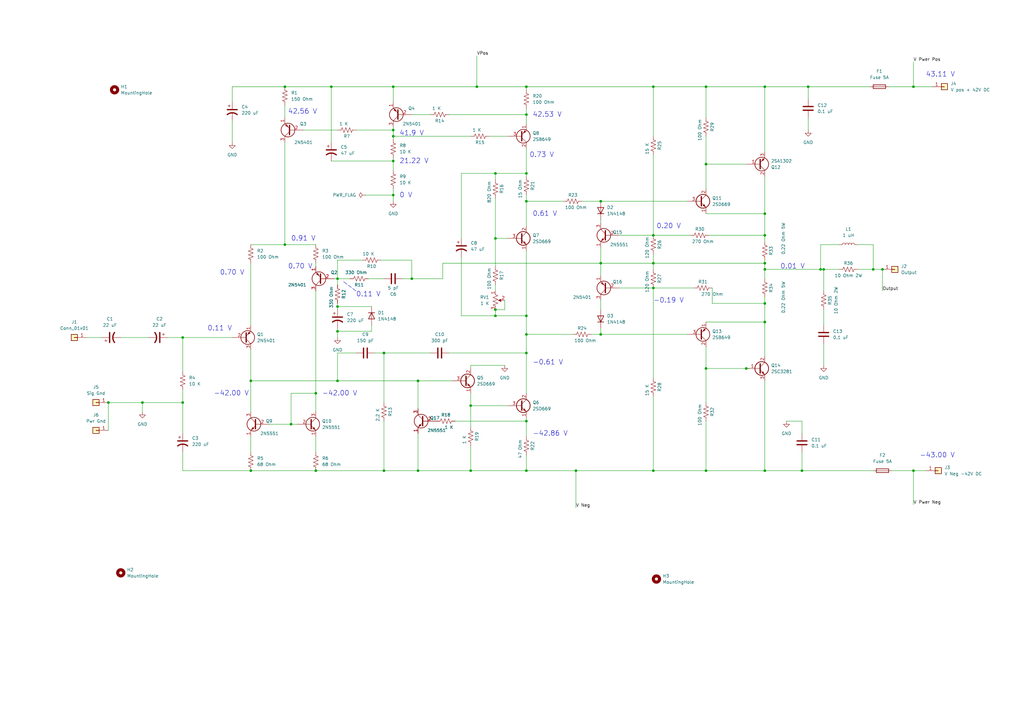
<source format=kicad_sch>
(kicad_sch (version 20211123) (generator eeschema)
  (paper "A3")
  (title_block (title "Randy Slone Design 3") (date "2023-11-16") (rev "2"))
  (lib_symbols
    (symbol "2N3904_1" (pin_names (offset 0) hide)
      (property "Reference" "Q15" (at -6.35 1.27 0))
      (property "Value" "2N5551" (at -8.89 -3.81 0))
      (symbol "2N3904_1_1_1"
        (pin passive line (at 2.54 -5.08 90) (length 2.54) (name "E") (number "1"))
        (pin passive line (at -5.08 0 0) (length 5.715) (name "B") (number "2"))
        (pin passive line (at 2.54 5.08 270) (length 2.54) (name "C") (number "3"))
      )
    )
    (symbol "2N3904_2" (pin_names (offset 0) hide)
      (property "Reference" "Q9" (at -6.35 1.27 0))
      (property "Value" "2N3904_2" (at -5.08 -1.27 0))
      (symbol "2N3904_2_1_1"
        (pin passive line (at 2.54 -5.08 90) (length 2.54) (name "E") (number "1"))
        (pin passive line (at -5.08 0 0) (length 5.715) (name "B") (number "2"))
        (pin passive line (at 2.54 5.08 270) (length 2.54) (name "C") (number "3"))
      )
    )
    (symbol "2N3904_3" (pin_names (offset 0) hide)
      (property "Reference" "Q17" (at -6.35 1.27 0))
      (property "Value" "2N3904_3" (at -8.89 -3.81 0))
      (symbol "2N3904_3_1_1"
        (pin passive line (at 2.54 -5.08 90) (length 2.54) (name "E") (number "1"))
        (pin passive line (at -5.08 0 0) (length 5.715) (name "B") (number "2"))
        (pin passive line (at 2.54 5.08 270) (length 2.54) (name "C") (number "3"))
      )
    )
    (symbol "2N3906_1" (pin_names (offset 0) hide)
      (property "Reference" "Q16" (at -6.35 -2.54 0))
      (property "Value" "2N5401" (at -6.35 1.27 0))
      (symbol "2N3906_1_1_1"
        (pin passive line (at 2.54 -5.08 90) (length 2.54) (name "E") (number "1"))
        (pin input line (at -5.08 0 0) (length 5.715) (name "B") (number "2"))
        (pin passive line (at 2.54 5.08 270) (length 2.54) (name "C") (number "3"))
      )
    )
    (symbol "2N3906_2" (pin_names (offset 0) hide)
      (property "Reference" "Q8" (at 5.08 -1.2701 0))
      (property "Value" "2N3906_2" (at 5.08 1.2699 0))
      (symbol "2N3906_2_1_1"
        (pin passive line (at 2.54 -5.08 90) (length 2.54) (name "E") (number "1"))
        (pin passive line (at 2.54 5.08 270) (length 2.54) (name "C") (number "2"))
        (pin input line (at -5.08 0 0) (length 5.715) (name "B") (number "3"))
      )
    )
    (symbol "2N3906_3" (pin_names (offset 0) hide)
      (property "Reference" "Q12" (at 5.08 1.2701 0))
      (property "Value" "2N3906_3" (at 5.08 -1.2699 0))
      (symbol "2N3906_3_1_1"
        (pin input line (at -5.08 0 0) (length 5.715) (name "B") (number "1"))
        (pin passive line (at 2.54 5.08 270) (length 2.54) (name "C") (number "2"))
        (pin passive line (at 2.54 -5.08 90) (length 2.54) (name "E") (number "3"))
      )
    )
    (symbol "2N3906_4" (pin_names (offset 0) hide)
      (property "Reference" "Q4" (at -6.35 -2.54 0))
      (property "Value" "2N3906_4" (at -6.35 1.27 0))
      (symbol "2N3906_4_1_1"
        (pin passive line (at 2.54 -5.08 90) (length 2.54) (name "E") (number "1"))
        (pin input line (at -5.08 0 0) (length 5.715) (name "B") (number "2"))
        (pin passive line (at 2.54 5.08 270) (length 2.54) (name "C") (number "3"))
      )
    )
    (symbol "2N3906_5" (pin_names (offset 0) hide)
      (property "Reference" "Q3" (at -6.35 -2.54 0))
      (property "Value" "2N3906_5" (at -6.35 1.27 0))
      (symbol "2N3906_5_1_1"
        (pin passive line (at 2.54 -5.08 90) (length 2.54) (name "E") (number "1"))
        (pin input line (at -5.08 0 0) (length 5.715) (name "B") (number "2"))
        (pin passive line (at 2.54 5.08 270) (length 2.54) (name "C") (number "3"))
      )
    )
    (symbol "2N3906_6" (pin_names (offset 0) hide)
      (property "Reference" "Q2" (at -6.35 -2.54 0))
      (property "Value" "2N3906_6" (at -6.35 1.27 0))
      (symbol "2N3906_6_1_1"
        (pin passive line (at 2.54 -5.08 90) (length 2.54) (name "E") (number "1"))
        (pin input line (at -5.08 0 0) (length 5.715) (name "B") (number "2"))
        (pin passive line (at 2.54 5.08 270) (length 2.54) (name "C") (number "3"))
      )
    )
    (symbol "2SD600_1" (pin_names (offset 0) hide)
      (property "Reference" "Q14" (at 5.08 1.2701 0))
      (property "Value" "2SD600_1" (at 5.08 -1.2699 0))
      (symbol "2SD600_1_1_1"
        (pin input line (at -5.08 0 0) (length 5.08) (name "B") (number "1"))
        (pin passive line (at 2.54 5.08 270) (length 2.54) (name "C") (number "2"))
        (pin passive line (at 2.54 -5.08 90) (length 2.54) (name "E") (number "3"))
      )
    )
    (symbol "Connector_Generic:Conn_01x01" (pin_names (offset 1.016) hide)
      (property "Reference" "J" (at 0 2.54 0))
      (property "Value" "Conn_01x01" (at 0 -2.54 0))
      (symbol "Conn_01x01_1_1"
        (pin passive line (at -5.08 0 0) (length 3.81) (name "Pin_1") (number "1"))
      )
    )
    (symbol "Device:C" (pin_numbers hide) (pin_names (offset 0.254))
      (property "Reference" "C" (at 0.635 2.54 0))
      (property "Value" "C" (at 0.635 -2.54 0))
      (symbol "C_1_1"
        (pin passive line (at 0 3.81 270) (length 2.794) (name "~") (number "1"))
        (pin passive line (at 0 -3.81 90) (length 2.794) (name "~") (number "2"))
      )
    )
    (symbol "Device:C_Polarized_US" (pin_numbers hide) (pin_names (offset 0.254) hide)
      (property "Reference" "C" (at 0.635 2.54 0))
      (property "Value" "C_Polarized_US" (at 0.635 -2.54 0))
      (symbol "C_Polarized_US_1_1"
        (pin passive line (at 0 3.81 270) (length 2.794) (name "~") (number "1"))
        (pin passive line (at 0 -3.81 90) (length 3.302) (name "~") (number "2"))
      )
    )
    (symbol "Device:D" (pin_numbers hide) (pin_names (offset 1.016) hide)
      (property "Reference" "D" (at 0 2.54 0))
      (property "Value" "D" (at 0 -2.54 0))
      (symbol "D_1_1"
        (pin passive line (at -3.81 0 0) (length 2.54) (name "K") (number "1"))
        (pin passive line (at 3.81 0 180) (length 2.54) (name "A") (number "2"))
      )
    )
    (symbol "Device:Fuse" (pin_numbers hide) (pin_names (offset 0))
      (property "Reference" "F" (at 2.032 0 90))
      (property "Value" "Fuse" (at -1.905 0 90))
      (symbol "Fuse_1_1"
        (pin passive line (at 0 3.81 270) (length 1.27) (name "~") (number "1"))
        (pin passive line (at 0 -3.81 90) (length 1.27) (name "~") (number "2"))
      )
    )
    (symbol "Device:L" (pin_numbers hide) (pin_names (offset 1.016) hide)
      (property "Reference" "L" (at -1.27 0 90))
      (property "Value" "L" (at 1.905 0 90))
      (symbol "L_1_1"
        (pin passive line (at 0 3.81 270) (length 1.27) (name "1") (number "1"))
        (pin passive line (at 0 -3.81 90) (length 1.27) (name "2") (number "2"))
      )
    )
    (symbol "Device:R_Potentiometer_US" (pin_names (offset 1.016) hide)
      (property "Reference" "RV" (at -4.445 0 90))
      (property "Value" "R_Potentiometer_US" (at -2.54 0 90))
      (symbol "R_Potentiometer_US_1_1"
        (pin passive line (at 0 3.81 270) (length 1.27) (name "1") (number "1"))
        (pin passive line (at 3.81 0 180) (length 1.27) (name "2") (number "2"))
        (pin passive line (at 0 -3.81 90) (length 1.27) (name "3") (number "3"))
      )
    )
    (symbol "Device:R_US" (pin_numbers hide) (pin_names (offset 0))
      (property "Reference" "R" (at 2.54 0 90))
      (property "Value" "R_US" (at -2.54 0 90))
      (symbol "R_US_1_1"
        (pin passive line (at 0 3.81 270) (length 1.27) (name "~") (number "1"))
        (pin passive line (at 0 -3.81 90) (length 1.27) (name "~") (number "2"))
      )
    )
    (symbol "Mechanical:MountingHole" (pin_names (offset 1.016))
      (property "Reference" "H" (at 0 5.08 0))
      (property "Value" "MountingHole" (at 0 3.175 0))
    )
    (symbol "Transistor_BJT:2N3904" (pin_names (offset 0) hide)
      (property "Reference" "Q10" (at 5.08 1.2701 0))
      (property "Value" "2N5551" (at 5.08 -1.2699 0))
      (symbol "2N3904_1_1"
        (pin passive line (at 2.54 -5.08 90) (length 2.54) (name "E") (number "1"))
        (pin passive line (at -5.08 0 0) (length 5.715) (name "B") (number "2"))
        (pin passive line (at 2.54 5.08 270) (length 2.54) (name "C") (number "3"))
      )
    )
    (symbol "Transistor_BJT:2N3906" (pin_names (offset 0) hide)
      (property "Reference" "Q1" (at 5.08 -1.2701 0))
      (property "Value" "2N5401" (at 5.08 1.2699 0))
      (symbol "2N3906_1_1"
        (pin passive line (at 2.54 -5.08 90) (length 2.54) (name "E") (number "1"))
        (pin input line (at -5.08 0 0) (length 5.715) (name "B") (number "2"))
        (pin passive line (at 2.54 5.08 270) (length 2.54) (name "C") (number "3"))
      )
    )
    (symbol "Transistor_BJT:2SD600" (pin_names (offset 0) hide)
      (property "Reference" "Q" (at 5.08 1.905 0))
      (property "Value" "2SD600" (at 5.08 0 0))
      (symbol "2SD600_1_1"
        (pin passive line (at 2.54 -5.08 90) (length 2.54) (name "E") (number "1"))
        (pin passive line (at 2.54 5.08 270) (length 2.54) (name "C") (number "2"))
        (pin input line (at -5.08 0 0) (length 5.08) (name "B") (number "3"))
      )
    )
    (symbol "power:GND" (power) (pin_names (offset 0))
      (property "Value" "GND" (at 0 -3.81 0))
      (symbol "GND_1_1"
        (pin power_in line (at 0 0 270) (length 0) hide (name "GND") (number "1"))
      )
    )
    (symbol "power:PWR_FLAG" (power) (pin_numbers hide) (pin_names (offset 0) hide)
      (property "Value" "PWR_FLAG" (at 0 3.81 0))
      (symbol "PWR_FLAG_0_0"
        (pin power_out line (at 0 0 90) (length 0) (name "pwr") (number "1"))
      )
    )
  )
  (junction (at 119.38 173.99))
  (junction (at 328.93 193.04))
  (junction (at 168.91 114.3))
  (junction (at 171.45 193.04))
  (junction (at 116.84 100.33))
  (junction (at 138.43 135.89))
  (junction (at 138.43 114.3))
  (junction (at 195.58 35.56))
  (junction (at 313.69 110.49))
  (junction (at 171.45 156.21))
  (junction (at 203.2 97.79))
  (junction (at 374.65 193.04))
  (junction (at 215.9 193.04))
  (junction (at 267.97 193.04))
  (junction (at 161.29 55.88))
  (junction (at 161.29 80.01))
  (junction (at 313.69 96.52))
  (junction (at 374.65 35.56))
  (junction (at 102.87 156.21))
  (junction (at 138.43 125.73))
  (junction (at 193.04 166.37))
  (junction (at 215.9 82.55))
  (junction (at 215.9 137.16))
  (junction (at 193.04 193.04))
  (junction (at 157.48 193.04))
  (junction (at 215.9 46.99))
  (junction (at 129.54 193.04))
  (junction (at 161.29 53.34))
  (junction (at 129.54 161.29))
  (junction (at 58.42 165.1))
  (junction (at 203.2 127))
  (junction (at 337.82 110.49))
  (junction (at 215.9 35.56))
  (junction (at 246.38 82.55))
  (junction (at 44.45 165.1))
  (junction (at 246.38 137.16))
  (junction (at 203.2 129.54))
  (junction (at 313.69 193.04))
  (junction (at 267.97 96.52))
  (junction (at 289.56 67.31))
  (junction (at 215.9 129.54))
  (junction (at 306.07 151.13))
  (junction (at 267.97 107.95))
  (junction (at 313.69 87.63))
  (junction (at 138.43 156.21))
  (junction (at 267.97 118.11))
  (junction (at 203.2 71.12))
  (junction (at 116.84 35.56))
  (junction (at 161.29 66.04))
  (junction (at 289.56 193.04))
  (junction (at 236.22 193.04))
  (junction (at 358.14 110.49))
  (junction (at 102.87 193.04))
  (junction (at 313.69 132.08))
  (junction (at 289.56 151.13))
  (junction (at 74.93 165.1))
  (junction (at 74.93 138.43))
  (junction (at 313.69 35.56))
  (junction (at 161.29 35.56))
  (junction (at 267.97 35.56))
  (junction (at 215.9 172.72))
  (junction (at 246.38 107.95))
  (junction (at 215.9 71.12))
  (junction (at 157.48 144.78))
  (junction (at 313.69 107.95))
  (junction (at 135.89 35.56))
  (junction (at 215.9 144.78))
  (junction (at 313.69 124.46))
  (junction (at 361.95 110.49))
  (junction (at 336.55 110.49))
  (junction (at 331.47 35.56))
  (junction (at 289.56 35.56))
  (wire (pts (xy 146.05 53.34) (xy 161.29 53.34)))
  (wire (pts (xy 138.43 125.73) (xy 138.43 127)))
  (wire (pts (xy 365.76 193.04) (xy 374.65 193.04)))
  (wire (pts (xy 207.01 123.19) (xy 207.01 127)))
  (wire (pts (xy 337.82 119.38) (xy 337.82 110.49)))
  (wire (pts (xy 181.61 107.95) (xy 246.38 107.95)))
  (wire (pts (xy 168.91 46.99) (xy 176.53 46.99)))
  (wire (pts (xy 331.47 35.56) (xy 313.69 35.56)))
  (wire (pts (xy 313.69 121.92) (xy 313.69 124.46)))
  (wire (pts (xy 331.47 48.26) (xy 331.47 53.34)))
  (wire (pts (xy 267.97 107.95) (xy 246.38 107.95)))
  (wire (pts (xy 328.93 172.72) (xy 322.58 172.72)))
  (wire (pts (xy 58.42 168.91) (xy 58.42 165.1)))
  (wire (pts (xy 292.1 118.11) (xy 292.1 124.46)))
  (wire (pts (xy 267.97 193.04) (xy 236.22 193.04)))
  (wire (pts (xy 203.2 81.28) (xy 203.2 97.79)))
  (wire (pts (xy 246.38 137.16) (xy 242.57 137.16)))
  (wire (pts (xy 313.69 62.23) (xy 313.69 35.56)))
  (wire (pts (xy 138.43 114.3) (xy 143.51 114.3)))
  (wire (pts (xy 95.25 35.56) (xy 95.25 41.91)))
  (wire (pts (xy 215.9 35.56) (xy 195.58 35.56)))
  (wire (pts (xy 203.2 129.54) (xy 215.9 129.54)))
  (wire (pts (xy 152.4 135.89) (xy 138.43 135.89)))
  (wire (pts (xy 374.65 207.01) (xy 374.65 193.04)))
  (wire (pts (xy 156.21 106.68) (xy 168.91 106.68)))
  (wire (pts (xy 116.84 100.33) (xy 129.54 100.33)))
  (wire (pts (xy 157.48 144.78) (xy 157.48 165.1)))
  (wire (pts (xy 203.2 127) (xy 203.2 129.54)))
  (wire (pts (xy 161.29 55.88) (xy 193.04 55.88)))
  (wire (pts (xy 119.38 161.29) (xy 119.38 173.99)))
  (wire (pts (xy 336.55 110.49) (xy 337.82 110.49)))
  (wire (pts (xy 189.23 129.54) (xy 203.2 129.54)))
  (wire (pts (xy 215.9 186.69) (xy 215.9 193.04)))
  (wire (pts (xy 152.4 133.35) (xy 152.4 135.89)))
  (wire (pts (xy 74.93 138.43) (xy 74.93 152.4)))
  (wire (pts (xy 203.2 97.79) (xy 208.28 97.79)))
  (wire (pts (xy 267.97 55.88) (xy 267.97 35.56)))
  (wire (pts (xy 313.69 107.95) (xy 267.97 107.95)))
  (wire (pts (xy 153.67 144.78) (xy 157.48 144.78)))
  (wire (pts (xy 129.54 193.04) (xy 157.48 193.04)))
  (wire (pts (xy 161.29 64.77) (xy 161.29 66.04)))
  (wire (pts (xy 215.9 80.01) (xy 215.9 82.55)))
  (wire (pts (xy 234.95 137.16) (xy 215.9 137.16)))
  (wire (pts (xy 58.42 165.1) (xy 74.93 165.1)))
  (polyline (pts (xy 140.97 115.57) (xy 146.05 119.38)))
  (wire (pts (xy 215.9 44.45) (xy 215.9 46.99)))
  (wire (pts (xy 129.54 107.95) (xy 129.54 109.22)))
  (wire (pts (xy 189.23 105.41) (xy 189.23 129.54)))
  (wire (pts (xy 116.84 35.56) (xy 135.89 35.56)))
  (wire (pts (xy 157.48 172.72) (xy 157.48 193.04)))
  (wire (pts (xy 146.05 144.78) (xy 138.43 144.78)))
  (wire (pts (xy 246.38 137.16) (xy 281.94 137.16)))
  (wire (pts (xy 207.01 127) (xy 203.2 127)))
  (wire (pts (xy 102.87 179.07) (xy 102.87 185.42)))
  (wire (pts (xy 138.43 134.62) (xy 138.43 135.89)))
  (wire (pts (xy 289.56 67.31) (xy 306.07 67.31)))
  (wire (pts (xy 313.69 87.63) (xy 313.69 96.52)))
  (wire (pts (xy 313.69 106.68) (xy 313.69 107.95)))
  (wire (pts (xy 138.43 144.78) (xy 138.43 156.21)))
  (wire (pts (xy 135.89 35.56) (xy 135.89 58.42)))
  (wire (pts (xy 161.29 80.01) (xy 161.29 82.55)))
  (wire (pts (xy 313.69 124.46) (xy 313.69 132.08)))
  (wire (pts (xy 49.53 138.43) (xy 60.96 138.43)))
  (wire (pts (xy 181.61 114.3) (xy 168.91 114.3)))
  (wire (pts (xy 289.56 55.88) (xy 289.56 67.31)))
  (wire (pts (xy 289.56 193.04) (xy 267.97 193.04)))
  (wire (pts (xy 246.38 107.95) (xy 246.38 113.03)))
  (wire (pts (xy 215.9 46.99) (xy 215.9 50.8)))
  (wire (pts (xy 151.13 114.3) (xy 157.48 114.3)))
  (wire (pts (xy 215.9 172.72) (xy 215.9 179.07)))
  (wire (pts (xy 165.1 114.3) (xy 168.91 114.3)))
  (wire (pts (xy 215.9 129.54) (xy 215.9 137.16)))
  (wire (pts (xy 68.58 138.43) (xy 74.93 138.43)))
  (wire (pts (xy 337.82 127) (xy 337.82 133.35)))
  (wire (pts (xy 137.16 114.3) (xy 138.43 114.3)))
  (wire (pts (xy 215.9 102.87) (xy 215.9 129.54)))
  (wire (pts (xy 292.1 124.46) (xy 313.69 124.46)))
  (wire (pts (xy 313.69 110.49) (xy 313.69 114.3)))
  (wire (pts (xy 195.58 35.56) (xy 161.29 35.56)))
  (wire (pts (xy 267.97 162.56) (xy 267.97 193.04)))
  (wire (pts (xy 74.93 165.1) (xy 74.93 177.8)))
  (wire (pts (xy 116.84 58.42) (xy 116.84 100.33)))
  (wire (pts (xy 289.56 67.31) (xy 289.56 77.47)))
  (wire (pts (xy 238.76 82.55) (xy 246.38 82.55)))
  (wire (pts (xy 116.84 43.18) (xy 116.84 48.26)))
  (wire (pts (xy 358.14 110.49) (xy 361.95 110.49)))
  (wire (pts (xy 267.97 118.11) (xy 267.97 154.94)))
  (wire (pts (xy 215.9 82.55) (xy 231.14 82.55)))
  (wire (pts (xy 116.84 100.33) (xy 102.87 100.33)))
  (wire (pts (xy 313.69 156.21) (xy 313.69 193.04)))
  (wire (pts (xy 374.65 35.56) (xy 382.27 35.56)))
  (wire (pts (xy 95.25 49.53) (xy 95.25 58.42)))
  (wire (pts (xy 215.9 71.12) (xy 215.9 72.39)))
  (wire (pts (xy 138.43 125.73) (xy 152.4 125.73)))
  (wire (pts (xy 168.91 106.68) (xy 168.91 114.3)))
  (wire (pts (xy 328.93 177.8) (xy 328.93 172.72)))
  (wire (pts (xy 203.2 71.12) (xy 215.9 71.12)))
  (wire (pts (xy 313.69 193.04) (xy 289.56 193.04)))
  (wire (pts (xy 129.54 161.29) (xy 119.38 161.29)))
  (wire (pts (xy 129.54 119.38) (xy 129.54 161.29)))
  (wire (pts (xy 44.45 165.1) (xy 44.45 176.53)))
  (wire (pts (xy 157.48 193.04) (xy 171.45 193.04)))
  (wire (pts (xy 246.38 82.55) (xy 281.94 82.55)))
  (wire (pts (xy 374.65 25.4) (xy 374.65 35.56)))
  (wire (pts (xy 119.38 173.99) (xy 121.92 173.99)))
  (wire (pts (xy 203.2 71.12) (xy 189.23 71.12)))
  (wire (pts (xy 74.93 138.43) (xy 95.25 138.43)))
  (wire (pts (xy 102.87 156.21) (xy 138.43 156.21)))
  (wire (pts (xy 161.29 55.88) (xy 161.29 57.15)))
  (wire (pts (xy 351.79 110.49) (xy 358.14 110.49)))
  (wire (pts (xy 267.97 96.52) (xy 283.21 96.52)))
  (wire (pts (xy 290.83 96.52) (xy 313.69 96.52)))
  (wire (pts (xy 328.93 193.04) (xy 313.69 193.04)))
  (wire (pts (xy 138.43 135.89) (xy 138.43 138.43)))
  (wire (pts (xy 358.14 100.33) (xy 358.14 110.49)))
  (wire (pts (xy 129.54 179.07) (xy 129.54 185.42)))
  (wire (pts (xy 193.04 149.86) (xy 193.04 151.13)))
  (wire (pts (xy 246.38 101.6) (xy 246.38 107.95)))
  (wire (pts (xy 135.89 35.56) (xy 161.29 35.56)))
  (wire (pts (xy 289.56 87.63) (xy 313.69 87.63)))
  (wire (pts (xy 35.56 138.43) (xy 41.91 138.43)))
  (wire (pts (xy 364.49 35.56) (xy 374.65 35.56)))
  (wire (pts (xy 374.65 193.04) (xy 379.73 193.04)))
  (wire (pts (xy 184.15 46.99) (xy 215.9 46.99)))
  (wire (pts (xy 289.56 48.26) (xy 289.56 35.56)))
  (wire (pts (xy 138.43 156.21) (xy 171.45 156.21)))
  (wire (pts (xy 161.29 35.56) (xy 161.29 41.91)))
  (wire (pts (xy 246.38 123.19) (xy 246.38 127)))
  (wire (pts (xy 193.04 166.37) (xy 208.28 166.37)))
  (wire (pts (xy 336.55 100.33) (xy 336.55 110.49)))
  (wire (pts (xy 267.97 104.14) (xy 267.97 107.95)))
  (wire (pts (xy 289.56 172.72) (xy 289.56 193.04)))
  (wire (pts (xy 74.93 193.04) (xy 102.87 193.04)))
  (wire (pts (xy 289.56 151.13) (xy 289.56 165.1)))
  (wire (pts (xy 313.69 35.56) (xy 289.56 35.56)))
  (wire (pts (xy 337.82 140.97) (xy 337.82 149.86)))
  (wire (pts (xy 171.45 156.21) (xy 185.42 156.21)))
  (wire (pts (xy 161.29 77.47) (xy 161.29 80.01)))
  (wire (pts (xy 138.43 114.3) (xy 138.43 116.84)))
  (wire (pts (xy 124.46 53.34) (xy 138.43 53.34)))
  (wire (pts (xy 215.9 60.96) (xy 215.9 71.12)))
  (wire (pts (xy 246.38 90.17) (xy 246.38 91.44)))
  (wire (pts (xy 331.47 35.56) (xy 331.47 40.64)))
  (wire (pts (xy 215.9 82.55) (xy 215.9 92.71)))
  (wire (pts (xy 138.43 106.68) (xy 138.43 114.3)))
  (wire (pts (xy 203.2 71.12) (xy 203.2 73.66)))
  (wire (pts (xy 203.2 116.84) (xy 203.2 119.38)))
  (wire (pts (xy 306.07 151.13) (xy 307.34 151.13)))
  (wire (pts (xy 161.29 66.04) (xy 161.29 69.85)))
  (wire (pts (xy 102.87 143.51) (xy 102.87 156.21)))
  (wire (pts (xy 171.45 177.8) (xy 171.45 193.04)))
  (wire (pts (xy 246.38 134.62) (xy 246.38 137.16)))
  (wire (pts (xy 313.69 107.95) (xy 313.69 110.49)))
  (wire (pts (xy 148.59 106.68) (xy 138.43 106.68)))
  (wire (pts (xy 267.97 35.56) (xy 215.9 35.56)))
  (wire (pts (xy 361.95 110.49) (xy 361.95 119.38)))
  (wire (pts (xy 313.69 110.49) (xy 336.55 110.49)))
  (wire (pts (xy 102.87 193.04) (xy 129.54 193.04)))
  (wire (pts (xy 138.43 124.46) (xy 138.43 125.73)))
  (wire (pts (xy 313.69 72.39) (xy 313.69 87.63)))
  (wire (pts (xy 351.79 100.33) (xy 358.14 100.33)))
  (wire (pts (xy 289.56 142.24) (xy 289.56 151.13)))
  (wire (pts (xy 189.23 71.12) (xy 189.23 97.79)))
  (wire (pts (xy 337.82 110.49) (xy 344.17 110.49)))
  (wire (pts (xy 161.29 53.34) (xy 161.29 55.88)))
  (wire (pts (xy 102.87 156.21) (xy 102.87 168.91)))
  (wire (pts (xy 135.89 66.04) (xy 161.29 66.04)))
  (wire (pts (xy 267.97 118.11) (xy 284.48 118.11)))
  (wire (pts (xy 74.93 185.42) (xy 74.93 193.04)))
  (wire (pts (xy 195.58 22.86) (xy 195.58 35.56)))
  (wire (pts (xy 215.9 171.45) (xy 215.9 172.72)))
  (wire (pts (xy 215.9 36.83) (xy 215.9 35.56)))
  (wire (pts (xy 193.04 182.88) (xy 193.04 193.04)))
  (wire (pts (xy 236.22 193.04) (xy 215.9 193.04)))
  (wire (pts (xy 215.9 193.04) (xy 193.04 193.04)))
  (wire (pts (xy 289.56 151.13) (xy 306.07 151.13)))
  (wire (pts (xy 110.49 173.99) (xy 119.38 173.99)))
  (wire (pts (xy 313.69 96.52) (xy 313.69 99.06)))
  (wire (pts (xy 193.04 161.29) (xy 193.04 166.37)))
  (wire (pts (xy 149.86 80.01) (xy 161.29 80.01)))
  (wire (pts (xy 328.93 185.42) (xy 328.93 193.04)))
  (wire (pts (xy 267.97 107.95) (xy 267.97 110.49)))
  (wire (pts (xy 254 96.52) (xy 267.97 96.52)))
  (wire (pts (xy 129.54 161.29) (xy 129.54 168.91)))
  (wire (pts (xy 161.29 52.07) (xy 161.29 53.34)))
  (wire (pts (xy 267.97 63.5) (xy 267.97 96.52)))
  (wire (pts (xy 186.69 172.72) (xy 215.9 172.72)))
  (wire (pts (xy 215.9 144.78) (xy 215.9 161.29)))
  (wire (pts (xy 171.45 156.21) (xy 171.45 167.64)))
  (wire (pts (xy 116.84 35.56) (xy 95.25 35.56)))
  (wire (pts (xy 193.04 166.37) (xy 193.04 175.26)))
  (wire (pts (xy 344.17 100.33) (xy 336.55 100.33)))
  (wire (pts (xy 289.56 35.56) (xy 267.97 35.56)))
  (wire (pts (xy 207.01 149.86) (xy 193.04 149.86)))
  (wire (pts (xy 328.93 193.04) (xy 358.14 193.04)))
  (wire (pts (xy 74.93 160.02) (xy 74.93 165.1)))
  (wire (pts (xy 157.48 144.78) (xy 176.53 144.78)))
  (wire (pts (xy 254 118.11) (xy 267.97 118.11)))
  (wire (pts (xy 181.61 107.95) (xy 181.61 114.3)))
  (wire (pts (xy 200.66 55.88) (xy 208.28 55.88)))
  (wire (pts (xy 203.2 97.79) (xy 203.2 109.22)))
  (wire (pts (xy 236.22 193.04) (xy 236.22 208.28)))
  (wire (pts (xy 356.87 35.56) (xy 331.47 35.56)))
  (wire (pts (xy 102.87 107.95) (xy 102.87 133.35)))
  (wire (pts (xy 184.15 144.78) (xy 215.9 144.78)))
  (wire (pts (xy 215.9 137.16) (xy 215.9 144.78)))
  (wire (pts (xy 44.45 165.1) (xy 58.42 165.1)))
  (wire (pts (xy 313.69 132.08) (xy 313.69 146.05)))
  (wire (pts (xy 171.45 193.04) (xy 193.04 193.04)))
  (wire (pts (xy 289.56 132.08) (xy 313.69 132.08)))
  (text "0.70 V" (at 90.17 113.03 0) (effects (font (size 2 2)) (justify left bottom)))
  (text "0.91 V" (at 119.38 99.06 0) (effects (font (size 2 2)) (justify left bottom)))
  (text "0.61 V" (at 218.44 88.9 0) (effects (font (size 2 2)) (justify left bottom)))
  (text "0 V" (at 163.83 81.28 0) (effects (font (size 2 2)) (justify left bottom)))
  (text "42.56 V" (at 118.11 46.99 0) (effects (font (size 2 2)) (justify left bottom)))
  (text "42.53 V" (at 218.44 48.26 0) (effects (font (size 2 2)) (justify left bottom)))
  (text "-42.86 V" (at 218.44 179.07 0) (effects (font (size 2 2)) (justify left bottom)))
  (text "41.9 V" (at 163.83 55.88 0) (effects (font (size 2 2)) (justify left bottom)))
  (text "-42.00 V" (at 132.08 162.56 0) (effects (font (size 2 2)) (justify left bottom)))
  (text "43.11 V" (at 379.73 31.75 0) (effects (font (size 2 2)) (justify left bottom)))
  (text "0.01 V" (at 320.04 110.49 0) (effects (font (size 2 2)) (justify left bottom)))
  (text "-43.00 V" (at 377.19 187.96 0) (effects (font (size 2 2)) (justify left bottom)))
  (text "0.70 V" (at 118.11 110.49 0) (effects (font (size 2 2)) (justify left bottom)))
  (text "0.11 V" (at 146.05 121.92 0) (effects (font (size 2 2)) (justify left bottom)))
  (text "0.20 V" (at 269.24 93.98 0) (effects (font (size 2 2)) (justify left bottom)))
  (text "0.11 V" (at 85.09 135.89 0) (effects (font (size 2 2)) (justify left bottom)))
  (text "21.22 V" (at 163.83 67.31 0) (effects (font (size 2 2)) (justify left bottom)))
  (text "0.73 V" (at 217.17 64.77 0) (effects (font (size 2 2)) (justify left bottom)))
  (text "-42.00 V" (at 87.63 162.56 0) (effects (font (size 2 2)) (justify left bottom)))
  (text "-0.19 V" (at 267.97 124.46 0) (effects (font (size 2 2)) (justify left bottom)))
  (text "-0.61 V" (at 218.44 149.86 0) (effects (font (size 2 2)) (justify left bottom)))
  (label "Output" (at 361.95 119.38 0))
  (label "VPos" (at 195.58 22.86 0))
  (label "V Neg" (at 236.22 208.28 0))
  (label "V Pwer Neg" (at 374.65 207.01 0))
  (label "V Pwer Pos" (at 374.65 25.4 0))
  (symbol (lib_id "Device:C_Polarized_US") (at 45.72 138.43 90) (unit 1)
    (property "Reference" "C1" (at 45.085 130.81 90))
    (property "Value" "22 uF" (at 45.085 133.35 90))
    (property "Footprint" "Capacitor_THT:CP_Radial_D10.0mm_P7.50mm" (effects hide))
  )
  (symbol (lib_id "Device:R_US") (at 152.4 106.68 90) (unit 1)
    (property "Reference" "R10" (at 152.4 109.22 90))
    (property "Value" "10 K" (at 151.13 104.14 90))
    (property "Footprint" "Resistor_THT:R_Axial_DIN0309_L9.0mm_D3.2mm_P15.24mm_Horizontal" (effects hide))
  )
  (symbol (lib_id "Device:C_Polarized_US") (at 64.77 138.43 270) (unit 1)
    (property "Reference" "C2" (at 65.405 130.81 90))
    (property "Value" "22 uF" (at 65.405 133.35 90))
    (property "Footprint" "Capacitor_THT:CP_Radial_D10.0mm_P7.50mm" (effects hide))
  )
  (symbol (lib_name "2N3906_6") (lib_id "Transistor_BJT:2N3906") (at 132.08 114.3 180) (unit 1)
    (property "Reference" "Q2" (at 138.43 111.76 0) (effects (justify left)))
    (property "Value" "2N5401" (at 125.73 116.84 0) (effects (justify left)))
    (property "Footprint" "Package_TO_SOT_THT:TO-92L_Wide" (effects hide))
    (property "Datasheet" "https://www.onsemi.com/pub/Collateral/2N3906-D.PDF" (effects hide))
  )
  (symbol (lib_id "Device:R_US") (at 161.29 60.96 0) (unit 1)
    (property "Reference" "R8" (at 163.83 59.6899 0) (effects (justify left)))
    (property "Value" "10 K" (at 163.83 62.2299 0) (effects (justify left)))
    (property "Footprint" "Resistor_THT:R_Axial_DIN0309_L9.0mm_D3.2mm_P15.24mm_Horizontal" (effects hide))
  )
  (symbol (lib_id "Device:R_US") (at 129.54 189.23 0) (unit 1)
    (property "Reference" "R6" (at 132.08 187.9599 0) (effects (justify left)))
    (property "Value" "68 Ohm" (at 132.08 190.4999 0) (effects (justify left)))
    (property "Footprint" "Resistor_THT:R_Axial_DIN0309_L9.0mm_D3.2mm_P15.24mm_Horizontal" (effects hide))
  )
  (symbol (lib_id "Device:R_US") (at 289.56 168.91 180) (unit 1)
    (property "Reference" "R32" (at 292.1 168.91 90))
    (property "Value" "100 Ohm" (at 287.02 170.18 90))
    (property "Footprint" "Resistor_THT:R_Axial_DIN0309_L9.0mm_D3.2mm_P15.24mm_Horizontal" (effects hide))
  )
  (symbol (lib_id "Device:R_US") (at 287.02 96.52 270) (unit 1)
    (property "Reference" "R30" (at 287.02 93.98 90))
    (property "Value" "270 Ohm" (at 288.29 99.06 90))
    (property "Footprint" "Resistor_THT:R_Axial_DIN0309_L9.0mm_D3.2mm_P15.24mm_Horizontal" (effects hide))
  )
  (symbol (lib_id "Transistor_BJT:2SD600") (at 287.02 82.55 0) (unit 1)
    (property "Reference" "Q11" (at 292.1 81.2799 0) (effects (justify left)))
    (property "Value" "2SD669" (at 292.1 83.8199 0) (effects (justify left)))
    (property "Footprint" "Package_TO_SOT_THT:TO-126-3_Vertical" (effects hide))
    (property "Datasheet" "http://pdf.datasheetcatalog.com/datasheet/sanyo/ds_pdf_e/2SB631.pdf" (effects hide))
  )
  (symbol (lib_id "Device:C") (at 161.29 114.3 90) (unit 1)
    (property "Reference" "C6" (at 161.29 120.65 90))
    (property "Value" "5 pF" (at 161.29 118.11 90))
    (property "Footprint" "Capacitor_THT:C_Axial_L5.1mm_D3.1mm_P10.00mm_Horizontal" (effects hide))
  )
  (symbol (lib_id "Device:R_US") (at 203.2 77.47 180) (unit 1)
    (property "Reference" "R16" (at 205.74 77.47 90))
    (property "Value" "820 Ohm" (at 200.66 78.74 90))
    (property "Footprint" "Resistor_THT:R_Axial_DIN0309_L9.0mm_D3.2mm_P15.24mm_Horizontal" (effects hide))
  )
  (symbol (lib_name "2N3906_1") (lib_id "Transistor_BJT:2N3906") (at 248.92 118.11 180) (unit 1)
    (property "Reference" "Q16" (at 255.27 115.57 0) (effects (justify left)))
    (property "Value" "2N5401" (at 242.57 121.92 0) (effects (justify left)))
    (property "Footprint" "Package_TO_SOT_THT:TO-92L_Wide" (effects hide))
    (property "Datasheet" "https://www.onsemi.com/pub/Collateral/2N3906-D.PDF" (effects hide))
  )
  (symbol (lib_id "Transistor_BJT:2SD600") (at 190.5 156.21 0) (unit 1)
    (property "Reference" "Q5" (at 195.58 154.9399 0) (effects (justify left)))
    (property "Value" "2SD669" (at 195.58 157.4799 0) (effects (justify left)))
    (property "Footprint" "Package_TO_SOT_THT:TO-126-3_Vertical" (effects hide))
    (property "Datasheet" "http://pdf.datasheetcatalog.com/datasheet/sanyo/ds_pdf_e/2SB631.pdf" (effects hide))
  )
  (symbol (lib_id "Device:Fuse") (at 361.95 193.04 90) (unit 1)
    (property "Reference" "F2" (at 361.95 186.69 90))
    (property "Value" "Fuse 5A" (at 361.95 189.23 90))
    (property "Footprint" "AudioAmp:BLX-A Fuse Holder 5mm x 20mm" (effects hide))
  )
  (symbol (lib_id "power:GND") (at 337.82 149.86 0) (unit 1)
    (property "Reference" "#PWR0104" (effects hide))
    (property "Value" "GND" (at 337.82 154.94 0))
  )
  (symbol (lib_id "Device:R_US") (at 313.69 102.87 180) (unit 1)
    (property "Reference" "R33" (at 316.23 102.87 90))
    (property "Value" "0.22 Ohm 5W" (at 321.31 97.79 90))
    (property "Footprint" "Resistor_THT:R_Axial_Power_L20.0mm_W6.4mm_P25.40mm" (effects hide))
  )
  (symbol (lib_id "Device:C_Polarized_US") (at 138.43 130.81 0) (unit 1)
    (property "Reference" "C7" (at 142.24 128.9049 0) (effects (justify left)))
    (property "Value" "220 uF" (at 142.24 131.4449 0) (effects (justify left)))
    (property "Footprint" "Capacitor_THT:CP_Radial_D13.0mm_P7.50mm" (effects hide))
  )
  (symbol (lib_id "Device:C") (at 328.93 181.61 180) (unit 1)
    (property "Reference" "C11" (at 332.74 180.3399 0) (effects (justify right)))
    (property "Value" "0.1 uF" (at 332.74 182.8799 0) (effects (justify right)))
    (property "Footprint" "Capacitor_THT:C_Axial_L5.1mm_D3.1mm_P10.00mm_Horizontal" (effects hide))
  )
  (symbol (lib_name "2N3904_3") (lib_id "Transistor_BJT:2N3904") (at 173.99 172.72 0) (mirror y) (unit 1)
    (property "Reference" "Q17" (at 180.34 171.45 0) (effects (justify left)))
    (property "Value" "2N5551" (at 182.88 176.53 0) (effects (justify left)))
    (property "Footprint" "Package_TO_SOT_THT:TO-92L_Wide" (effects hide))
    (property "Datasheet" "https://www.onsemi.com/pub/Collateral/2N3903-D.PDF" (effects hide))
  )
  (symbol (lib_id "Device:R_US") (at 161.29 73.66 0) (unit 1)
    (property "Reference" "R9" (at 163.83 72.3899 0) (effects (justify left)))
    (property "Value" "10 K" (at 163.83 74.9299 0) (effects (justify left)))
    (property "Footprint" "Resistor_THT:R_Axial_DIN0309_L9.0mm_D3.2mm_P15.24mm_Horizontal" (effects hide))
  )
  (symbol (lib_id "Connector_Generic:Conn_01x01") (at 30.48 138.43 180) (unit 1)
    (property "Reference" "J1" (at 30.48 132.08 0))
    (property "Value" "Conn_01x01" (at 30.48 134.62 0))
    (property "Footprint" "Connector_Wire:SolderWire-0.75sqmm_1x01_D1.25mm_OD2.3mm" (effects hide))
  )
  (symbol (lib_id "Device:R_US") (at 74.93 156.21 0) (unit 1)
    (property "Reference" "R4" (at 77.47 154.9399 0) (effects (justify left)))
    (property "Value" "10 K" (at 77.47 157.4799 0) (effects (justify left)))
    (property "Footprint" "Resistor_THT:R_Axial_DIN0309_L9.0mm_D3.2mm_P15.24mm_Horizontal" (effects hide))
  )
  (symbol (lib_id "power:PWR_FLAG") (at 149.86 80.01 90) (unit 1)
    (property "Reference" "#FLG0101" (effects hide))
    (property "Value" "PWR_FLAG" (at 146.05 80.0099 90) (effects (justify left)))
  )
  (symbol (lib_id "Device:D") (at 246.38 130.81 90) (unit 1)
    (property "Reference" "D3" (at 248.92 129.5399 90) (effects (justify right)))
    (property "Value" "1N4148" (at 248.92 132.0799 90) (effects (justify right)))
    (property "Footprint" "Diode_THT:D_5W_P12.70mm_Horizontal" (effects hide))
  )
  (symbol (lib_id "Device:C_Polarized_US") (at 135.89 62.23 0) (unit 1)
    (property "Reference" "C5" (at 139.7 60.3249 0) (effects (justify left)))
    (property "Value" "47 uF" (at 139.7 62.8649 0) (effects (justify left)))
    (property "Footprint" "Capacitor_THT:CP_Radial_D10.0mm_P7.50mm" (effects hide))
  )
  (symbol (lib_id "Device:R_US") (at 129.54 104.14 0) (unit 1)
    (property "Reference" "R3" (at 132.08 102.8699 0) (effects (justify left)))
    (property "Value" "100 Ohm" (at 132.08 105.4099 0) (effects (justify left)))
    (property "Footprint" "Resistor_THT:R_Axial_DIN0309_L9.0mm_D3.2mm_P15.24mm_Horizontal" (effects hide))
  )
  (symbol (lib_id "power:GND") (at 58.42 168.91 0) (unit 1)
    (property "Reference" "#PWR0103" (effects hide))
    (property "Value" "GND" (at 58.42 173.99 0))
  )
  (symbol (lib_id "Device:C") (at 149.86 144.78 90) (unit 1)
    (property "Reference" "C9" (at 149.86 137.16 90))
    (property "Value" "150 pF" (at 149.86 139.7 90))
    (property "Footprint" "Capacitor_THT:C_Axial_L5.1mm_D3.1mm_P10.00mm_Horizontal" (effects hide))
  )
  (symbol (lib_id "Device:R_US") (at 215.9 76.2 180) (unit 1)
    (property "Reference" "R21" (at 218.44 76.2 90))
    (property "Value" "15 Ohm" (at 213.36 77.47 90))
    (property "Footprint" "Resistor_THT:R_Axial_DIN0309_L9.0mm_D3.2mm_P15.24mm_Horizontal" (effects hide))
  )
  (symbol (lib_id "Device:R_US") (at 267.97 114.3 180) (unit 1)
    (property "Reference" "R27" (at 270.51 114.3 90))
    (property "Value" "120 Ohm" (at 265.43 115.57 90))
    (property "Footprint" "Resistor_THT:R_Axial_DIN0309_L9.0mm_D3.2mm_P15.24mm_Horizontal" (effects hide))
  )
  (symbol (lib_name "2SD600_1") (lib_id "Transistor_BJT:2SD600") (at 311.15 151.13 0) (unit 1)
    (property "Reference" "Q14" (at 316.23 149.8599 0) (effects (justify left)))
    (property "Value" "2SC3281" (at 316.23 152.3999 0) (effects (justify left)))
    (property "Footprint" "Package_TO_SOT_THT:TO-247-3_Vertical" (effects hide))
    (property "Datasheet" "http://pdf.datasheetcatalog.com/datasheet/sanyo/ds_pdf_e/2SB631.pdf" (effects hide))
  )
  (symbol (lib_id "Connector_Generic:Conn_01x01") (at 367.03 110.49 0) (unit 1)
    (property "Reference" "J2" (at 369.57 109.2199 0) (effects (justify left)))
    (property "Value" "Output" (at 369.57 111.7599 0) (effects (justify left)))
    (property "Footprint" "Connector_Wire:SolderWire-0.25sqmm_1x01_D0.65mm_OD2mm" (effects hide))
  )
  (symbol (lib_name "2N3906_3") (lib_id "Transistor_BJT:2N3906") (at 311.15 67.31 0) (mirror x) (unit 1)
    (property "Reference" "Q12" (at 316.23 68.5801 0) (effects (justify left)))
    (property "Value" "2SA1302" (at 316.23 66.0401 0) (effects (justify left)))
    (property "Footprint" "Package_TO_SOT_THT:TO-247-3_Vertical" (effects hide))
    (property "Datasheet" "https://www.onsemi.com/pub/Collateral/2N3906-D.PDF" (effects hide))
  )
  (symbol (lib_id "Device:C") (at 180.34 144.78 90) (unit 1)
    (property "Reference" "C10" (at 180.34 137.16 90))
    (property "Value" "300 pF" (at 180.34 139.7 90))
    (property "Footprint" "Capacitor_THT:C_Axial_L5.1mm_D3.1mm_P10.00mm_Horizontal" (effects hide))
  )
  (symbol (lib_id "Device:R_US") (at 142.24 53.34 90) (unit 1)
    (property "Reference" "R7" (at 142.24 55.88 90))
    (property "Value" "1 K" (at 140.97 50.8 90))
    (property "Footprint" "Resistor_THT:R_Axial_DIN0309_L9.0mm_D3.2mm_P15.24mm_Horizontal" (effects hide))
  )
  (symbol (lib_id "Device:C_Polarized_US") (at 189.23 101.6 0) (unit 1)
    (property "Reference" "C8" (at 193.04 99.6949 0) (effects (justify left)))
    (property "Value" "47 uF" (at 193.04 102.2349 0) (effects (justify left)))
    (property "Footprint" "Capacitor_THT:CP_Radial_D10.0mm_P7.50mm" (effects hide))
  )
  (symbol (lib_id "power:GND") (at 95.25 58.42 0) (unit 1)
    (property "Reference" "#PWR0101" (effects hide))
    (property "Value" "GND" (at 95.25 63.5 0))
  )
  (symbol (lib_id "Device:C_Polarized_US") (at 95.25 45.72 0) (unit 1)
    (property "Reference" "C4" (at 99.06 43.8149 0) (effects (justify left)))
    (property "Value" "220 uF" (at 99.06 46.3549 0) (effects (justify left)))
    (property "Footprint" "Capacitor_THT:CP_Radial_D13.0mm_P7.50mm" (effects hide))
  )
  (symbol (lib_id "power:GND") (at 138.43 138.43 0) (unit 1)
    (property "Reference" "#PWR01" (effects hide))
    (property "Value" "GND" (at 138.43 143.51 0))
  )
  (symbol (lib_id "Transistor_BJT:2SD600") (at 213.36 97.79 0) (unit 1)
    (property "Reference" "Q7" (at 218.44 96.5199 0) (effects (justify left)))
    (property "Value" "2SD669" (at 218.44 99.0599 0) (effects (justify left)))
    (property "Footprint" "Package_TO_SOT_THT:TO-126-3_Vertical" (effects hide))
    (property "Datasheet" "http://pdf.datasheetcatalog.com/datasheet/sanyo/ds_pdf_e/2SB631.pdf" (effects hide))
  )
  (symbol (lib_id "Device:R_US") (at 180.34 46.99 90) (unit 1)
    (property "Reference" "R14" (at 180.34 49.53 90))
    (property "Value" "1 K" (at 179.07 44.45 90))
    (property "Footprint" "Resistor_THT:R_Axial_DIN0309_L9.0mm_D3.2mm_P15.24mm_Horizontal" (effects hide))
  )
  (symbol (lib_id "Device:R_US") (at 288.29 118.11 270) (unit 1)
    (property "Reference" "R31" (at 288.29 115.57 90))
    (property "Value" "270 Ohm" (at 292.1 120.65 90))
    (property "Footprint" "Resistor_THT:R_Axial_DIN0309_L9.0mm_D3.2mm_P15.24mm_Horizontal" (effects hide))
  )
  (symbol (lib_id "Device:R_US") (at 138.43 120.65 180) (unit 1)
    (property "Reference" "R12" (at 140.97 120.65 90))
    (property "Value" "330 Ohm" (at 135.89 121.92 90))
    (property "Footprint" "Resistor_THT:R_Axial_DIN0309_L9.0mm_D3.2mm_P15.24mm_Horizontal" (effects hide))
  )
  (symbol (lib_id "Device:R_US") (at 196.85 55.88 90) (unit 1)
    (property "Reference" "R15" (at 196.85 58.42 90))
    (property "Value" "1 K" (at 195.58 53.34 90))
    (property "Footprint" "Resistor_THT:R_Axial_DIN0309_L9.0mm_D3.2mm_P15.24mm_Horizontal" (effects hide))
  )
  (symbol (lib_id "Device:R_US") (at 289.56 52.07 180) (unit 1)
    (property "Reference" "R29" (at 292.1 52.07 90))
    (property "Value" "100 Ohm" (at 287.02 53.34 90))
    (property "Footprint" "Resistor_THT:R_Axial_DIN0309_L9.0mm_D3.2mm_P15.24mm_Horizontal" (effects hide))
  )
  (symbol (lib_name "2N3904_1") (lib_id "Transistor_BJT:2N3904") (at 248.92 96.52 0) (mirror y) (unit 1)
    (property "Reference" "Q15" (at 255.27 95.25 0) (effects (justify left)))
    (property "Value" "2N5551" (at 257.81 100.33 0) (effects (justify left)))
    (property "Footprint" "Package_TO_SOT_THT:TO-92L_Wide" (effects hide))
    (property "Datasheet" "https://www.onsemi.com/pub/Collateral/2N3903-D.PDF" (effects hide))
  )
  (symbol (lib_id "Device:R_US") (at 234.95 82.55 270) (unit 1)
    (property "Reference" "R23" (at 234.95 80.01 90))
    (property "Value" "100 Ohm" (at 236.22 85.09 90))
    (property "Footprint" "Resistor_THT:R_Axial_DIN0309_L9.0mm_D3.2mm_P15.24mm_Horizontal" (effects hide))
  )
  (symbol (lib_id "Device:R_US") (at 203.2 113.03 180) (unit 1)
    (property "Reference" "R17" (at 205.74 113.03 90))
    (property "Value" "100 Ohm" (at 200.66 114.3 90))
    (property "Footprint" "Resistor_THT:R_Axial_DIN0309_L9.0mm_D3.2mm_P15.24mm_Horizontal" (effects hide))
  )
  (symbol (lib_id "Device:R_US") (at 102.87 189.23 0) (unit 1)
    (property "Reference" "R5" (at 105.41 187.9599 0) (effects (justify left)))
    (property "Value" "68 Ohm" (at 105.41 190.4999 0) (effects (justify left)))
    (property "Footprint" "Resistor_THT:R_Axial_DIN0309_L9.0mm_D3.2mm_P15.24mm_Horizontal" (effects hide))
  )
  (symbol (lib_id "Device:R_US") (at 116.84 39.37 180) (unit 1)
    (property "Reference" "R1" (at 119.38 38.0999 0) (effects (justify right)))
    (property "Value" "150 Ohm" (at 119.38 40.6399 0) (effects (justify right)))
    (property "Footprint" "Resistor_THT:R_Axial_DIN0309_L9.0mm_D3.2mm_P15.24mm_Horizontal" (effects hide))
  )
  (symbol (lib_id "power:GND") (at 207.01 149.86 0) (unit 1)
    (property "Reference" "#PWR02" (effects hide))
    (property "Value" "GND" (at 207.01 154.94 0))
  )
  (symbol (lib_id "Device:R_US") (at 337.82 123.19 180) (unit 1)
    (property "Reference" "R35" (at 340.36 123.19 90))
    (property "Value" "10 Ohm 2W" (at 342.9 123.19 90))
    (property "Footprint" "Resistor_THT:R_Axial_Power_L20.0mm_W6.4mm_P25.40mm" (effects hide))
  )
  (symbol (lib_id "Device:R_US") (at 347.98 110.49 270) (unit 1)
    (property "Reference" "R36" (at 347.98 107.95 90))
    (property "Value" "10 Ohm 2W" (at 347.98 113.03 90))
    (property "Footprint" "Resistor_THT:R_Axial_Power_L20.0mm_W6.4mm_P25.40mm" (effects hide))
  )
  (symbol (lib_id "Mechanical:MountingHole") (at 49.53 234.95 0) (unit 1)
    (property "Reference" "H2" (at 52.07 233.6799 0) (effects (justify left)))
    (property "Value" "MountingHole" (at 52.07 236.2199 0) (effects (justify left)))
    (property "Footprint" "MountingHole:MountingHole_3.7mm" (effects hide))
  )
  (symbol (lib_id "power:GND") (at 331.47 53.34 0) (unit 1)
    (property "Reference" "#PWR0106" (effects hide))
    (property "Value" "GND" (at 331.47 58.42 0))
  )
  (symbol (lib_id "Mechanical:MountingHole") (at 269.24 237.49 0) (unit 1)
    (property "Reference" "H3" (at 271.78 236.2199 0) (effects (justify left)))
    (property "Value" "MountingHole" (at 271.78 238.7599 0) (effects (justify left)))
    (property "Footprint" "MountingHole:MountingHole_3.7mm" (effects hide))
  )
  (symbol (lib_name "2N3906_2") (lib_id "Transistor_BJT:2N3906") (at 287.02 137.16 0) (mirror x) (unit 1)
    (property "Reference" "Q13" (at 292.1 135.8899 0) (effects (justify left)))
    (property "Value" "2SB649" (at 292.1 138.4299 0) (effects (justify left)))
    (property "Footprint" "Package_TO_SOT_THT:TO-126-3_Vertical" (effects hide))
    (property "Datasheet" "https://www.onsemi.com/pub/Collateral/2N3906-D.PDF" (effects hide))
  )
  (symbol (lib_id "Transistor_BJT:2N3904") (at 127 173.99 0) (unit 1)
    (property "Reference" "Q10" (at 132.08 172.7199 0) (effects (justify left)))
    (property "Value" "2N5551" (at 132.08 175.2599 0) (effects (justify left)))
    (property "Footprint" "Package_TO_SOT_THT:TO-92L_Wide" (effects hide))
    (property "Datasheet" "https://www.onsemi.com/pub/Collateral/2N3903-D.PDF" (effects hide))
  )
  (symbol (lib_id "Device:C") (at 331.47 44.45 180) (unit 1)
    (property "Reference" "C12" (at 335.28 43.1799 0) (effects (justify right)))
    (property "Value" "0.1 uF" (at 335.28 45.7199 0) (effects (justify right)))
    (property "Footprint" "Capacitor_THT:C_Axial_L5.1mm_D3.1mm_P10.00mm_Horizontal" (effects hide))
  )
  (symbol (lib_id "Device:R_US") (at 267.97 100.33 180) (unit 1)
    (property "Reference" "R26" (at 270.51 100.33 90))
    (property "Value" "120 Ohm" (at 265.43 101.6 90))
    (property "Footprint" "Resistor_THT:R_Axial_DIN0309_L9.0mm_D3.2mm_P15.24mm_Horizontal" (effects hide))
  )
  (symbol (lib_id "Device:R_US") (at 238.76 137.16 270) (unit 1)
    (property "Reference" "R24" (at 238.76 134.62 90))
    (property "Value" "100 Ohm" (at 240.03 139.7 90))
    (property "Footprint" "Resistor_THT:R_Axial_DIN0309_L9.0mm_D3.2mm_P15.24mm_Horizontal" (effects hide))
  )
  (symbol (lib_id "Connector_Generic:Conn_01x01") (at 39.37 165.1 180) (unit 1)
    (property "Reference" "J5" (at 39.37 158.75 0))
    (property "Value" "Sig Gnd" (at 39.37 161.29 0))
    (property "Footprint" "Connector_Wire:SolderWire-0.25sqmm_1x01_D0.65mm_OD2mm" (effects hide))
  )
  (symbol (lib_id "Device:R_US") (at 267.97 158.75 180) (unit 1)
    (property "Reference" "R28" (at 270.51 158.75 90))
    (property "Value" "15 K" (at 265.43 160.02 90))
    (property "Footprint" "Resistor_THT:R_Axial_DIN0309_L9.0mm_D3.2mm_P15.24mm_Horizontal" (effects hide))
  )
  (symbol (lib_id "Device:L") (at 347.98 100.33 90) (unit 1)
    (property "Reference" "L1" (at 347.98 93.98 90))
    (property "Value" "1 uH" (at 347.98 96.52 90))
    (property "Footprint" "Inductor_THT:L_Axial_L24.0mm_D7.5mm_P27.94mm_Horizontal_Fastron_MESC" (effects hide))
  )
  (symbol (lib_id "Connector_Generic:Conn_01x01") (at 387.35 35.56 0) (unit 1)
    (property "Reference" "J4" (at 389.89 34.2899 0) (effects (justify left)))
    (property "Value" "V pos + 42V DC" (at 389.89 36.8299 0) (effects (justify left)))
    (property "Footprint" "Connector_Wire:SolderWire-0.75sqmm_1x01_D1.25mm_OD2.3mm" (effects hide))
  )
  (symbol (lib_id "Device:R_US") (at 215.9 40.64 0) (unit 1)
    (property "Reference" "R20" (at 218.44 39.3699 0) (effects (justify left)))
    (property "Value" "100 Ohm" (at 218.44 41.9099 0) (effects (justify left)))
    (property "Footprint" "Resistor_THT:R_Axial_DIN0309_L9.0mm_D3.2mm_P15.24mm_Horizontal" (effects hide))
  )
  (symbol (lib_id "Device:R_US") (at 267.97 59.69 180) (unit 1)
    (property "Reference" "R25" (at 270.51 59.69 90))
    (property "Value" "15 K" (at 265.43 60.96 90))
    (property "Footprint" "Resistor_THT:R_Axial_DIN0309_L9.0mm_D3.2mm_P15.24mm_Horizontal" (effects hide))
  )
  (symbol (lib_id "Device:R_US") (at 215.9 182.88 180) (unit 1)
    (property "Reference" "R22" (at 218.44 182.88 90))
    (property "Value" "47 Ohm" (at 213.36 184.15 90))
    (property "Footprint" "Resistor_THT:R_Axial_DIN0309_L9.0mm_D3.2mm_P15.24mm_Horizontal" (effects hide))
  )
  (symbol (lib_id "Device:D") (at 152.4 129.54 270) (unit 1)
    (property "Reference" "D1" (at 154.94 128.2699 90) (effects (justify left)))
    (property "Value" "1N4148" (at 154.94 130.8099 90) (effects (justify left)))
    (property "Footprint" "Diode_THT:D_5W_P12.70mm_Horizontal" (effects hide))
  )
  (symbol (lib_id "Device:C") (at 337.82 137.16 180) (unit 1)
    (property "Reference" "C13" (at 341.63 135.8899 0) (effects (justify right)))
    (property "Value" "0.1 uF" (at 341.63 138.4299 0) (effects (justify right)))
    (property "Footprint" "Capacitor_THT:C_Axial_L5.1mm_D3.1mm_P10.00mm_Horizontal" (effects hide))
  )
  (symbol (lib_name "2N3906_2") (lib_id "Transistor_BJT:2N3906") (at 213.36 55.88 0) (mirror x) (unit 1)
    (property "Reference" "Q8" (at 218.44 54.6099 0) (effects (justify left)))
    (property "Value" "2SB649" (at 218.44 57.1499 0) (effects (justify left)))
    (property "Footprint" "Package_TO_SOT_THT:TO-126-3_Vertical" (effects hide))
    (property "Datasheet" "https://www.onsemi.com/pub/Collateral/2N3906-D.PDF" (effects hide))
  )
  (symbol (lib_id "Connector_Generic:Conn_01x01") (at 39.37 176.53 180) (unit 1)
    (property "Reference" "J6" (at 39.37 170.18 0))
    (property "Value" "Pwr Gnd" (at 39.37 172.72 0))
    (property "Footprint" "Connector_Wire:SolderWire-0.75sqmm_1x01_D1.25mm_OD3.5mm" (effects hide))
  )
  (symbol (lib_id "Transistor_BJT:2SD600") (at 213.36 166.37 0) (unit 1)
    (property "Reference" "Q6" (at 218.44 165.0999 0) (effects (justify left)))
    (property "Value" "2SD669" (at 218.44 167.6399 0) (effects (justify left)))
    (property "Footprint" "Package_TO_SOT_THT:TO-126-3_Vertical" (effects hide))
    (property "Datasheet" "http://pdf.datasheetcatalog.com/datasheet/sanyo/ds_pdf_e/2SB631.pdf" (effects hide))
  )
  (symbol (lib_id "power:GND") (at 322.58 172.72 0) (unit 1)
    (property "Reference" "#PWR0105" (effects hide))
    (property "Value" "GND" (at 322.58 177.8 0))
  )
  (symbol (lib_id "Device:R_US") (at 193.04 179.07 180) (unit 1)
    (property "Reference" "R19" (at 195.58 179.07 90))
    (property "Value" "1 K" (at 190.5 180.34 90))
    (property "Footprint" "Resistor_THT:R_Axial_DIN0309_L9.0mm_D3.2mm_P15.24mm_Horizontal" (effects hide))
  )
  (symbol (lib_id "Mechanical:MountingHole") (at 46.99 36.83 0) (unit 1)
    (property "Reference" "H1" (at 49.53 35.5599 0) (effects (justify left)))
    (property "Value" "MountingHole" (at 49.53 38.0999 0) (effects (justify left)))
    (property "Footprint" "MountingHole:MountingHole_3.7mm" (effects hide))
  )
  (symbol (lib_id "power:GND") (at 161.29 82.55 0) (unit 1)
    (property "Reference" "#PWR0102" (effects hide))
    (property "Value" "GND" (at 161.29 87.63 0))
  )
  (symbol (lib_id "Device:C_Polarized_US") (at 74.93 181.61 0) (unit 1)
    (property "Reference" "C3" (at 78.74 179.7049 0) (effects (justify left)))
    (property "Value" "220 uF" (at 78.74 182.2449 0) (effects (justify left)))
    (property "Footprint" "Capacitor_THT:CP_Radial_D13.0mm_P7.50mm" (effects hide))
  )
  (symbol (lib_name "2N3906_4") (lib_id "Transistor_BJT:2N3906") (at 163.83 46.99 180) (unit 1)
    (property "Reference" "Q4" (at 170.18 44.45 0) (effects (justify left)))
    (property "Value" "2N5401" (at 172.72 50.8 0) (effects (justify left)))
    (property "Footprint" "Package_TO_SOT_THT:TO-92L_Wide" (effects hide))
    (property "Datasheet" "https://www.onsemi.com/pub/Collateral/2N3906-D.PDF" (effects hide))
  )
  (symbol (lib_id "Transistor_BJT:2N3906") (at 100.33 138.43 0) (mirror x) (unit 1)
    (property "Reference" "Q1" (at 105.41 137.1599 0) (effects (justify left)))
    (property "Value" "2N5401" (at 105.41 139.6999 0) (effects (justify left)))
    (property "Footprint" "Package_TO_SOT_THT:TO-92L_Wide" (effects hide))
    (property "Datasheet" "https://www.onsemi.com/pub/Collateral/2N3906-D.PDF" (effects hide))
  )
  (symbol (lib_id "Device:R_US") (at 102.87 104.14 0) (unit 1)
    (property "Reference" "R2" (at 105.41 102.8699 0) (effects (justify left)))
    (property "Value" "100 Ohm" (at 105.41 105.4099 0) (effects (justify left)))
    (property "Footprint" "Resistor_THT:R_Axial_DIN0309_L9.0mm_D3.2mm_P15.24mm_Horizontal" (effects hide))
  )
  (symbol (lib_id "Device:R_US") (at 182.88 172.72 270) (unit 1)
    (property "Reference" "R18" (at 182.88 170.18 90))
    (property "Value" "1 K" (at 184.15 175.26 90))
    (property "Footprint" "Resistor_THT:R_Axial_DIN0309_L9.0mm_D3.2mm_P15.24mm_Horizontal" (effects hide))
  )
  (symbol (lib_id "Device:R_Potentiometer_US") (at 203.2 123.19 0) (unit 1)
    (property "Reference" "RV1" (at 200.66 121.9199 0) (effects (justify right)))
    (property "Value" "1 K" (at 200.66 124.4599 0) (effects (justify right)))
    (property "Footprint" "Potentiometer_THT:Potentiometer_Bourns_3296W_Vertical" (effects hide))
  )
  (symbol (lib_id "Device:R_US") (at 313.69 118.11 180) (unit 1)
    (property "Reference" "R34" (at 316.23 118.11 90))
    (property "Value" "0.22 Ohm 5W" (at 321.31 121.92 90))
    (property "Footprint" "Resistor_THT:R_Axial_Power_L20.0mm_W6.4mm_P25.40mm" (effects hide))
  )
  (symbol (lib_id "Device:R_US") (at 157.48 168.91 180) (unit 1)
    (property "Reference" "R13" (at 160.02 168.91 90))
    (property "Value" "2.2 K" (at 154.94 170.18 90))
    (property "Footprint" "Resistor_THT:R_Axial_DIN0309_L9.0mm_D3.2mm_P15.24mm_Horizontal" (effects hide))
  )
  (symbol (lib_name "2N3906_5") (lib_id "Transistor_BJT:2N3906") (at 119.38 53.34 180) (unit 1)
    (property "Reference" "Q3" (at 125.73 50.8 0) (effects (justify left)))
    (property "Value" "2N5401" (at 128.27 58.42 0) (effects (justify left)))
    (property "Footprint" "Package_TO_SOT_THT:TO-92L_Wide" (effects hide))
    (property "Datasheet" "https://www.onsemi.com/pub/Collateral/2N3906-D.PDF" (effects hide))
  )
  (symbol (lib_id "Connector_Generic:Conn_01x01") (at 384.81 193.04 0) (unit 1)
    (property "Reference" "J3" (at 387.35 191.7699 0) (effects (justify left)))
    (property "Value" "V Neg -42V DC" (at 387.35 194.3099 0) (effects (justify left)))
    (property "Footprint" "Connector_Wire:SolderWire-0.75sqmm_1x01_D1.25mm_OD2.3mm" (effects hide))
  )
  (symbol (lib_name "2N3904_2") (lib_id "Transistor_BJT:2N3904") (at 105.41 173.99 0) (mirror y) (unit 1)
    (property "Reference" "Q9" (at 111.76 172.72 0) (effects (justify left)))
    (property "Value" "2N5551" (at 114.3 177.8 0) (effects (justify left)))
    (property "Footprint" "Package_TO_SOT_THT:TO-92L_Wide" (effects hide))
    (property "Datasheet" "https://www.onsemi.com/pub/Collateral/2N3903-D.PDF" (effects hide))
  )
  (symbol (lib_id "Device:D") (at 246.38 86.36 90) (unit 1)
    (property "Reference" "D2" (at 248.92 85.0899 90) (effects (justify right)))
    (property "Value" "1N4148" (at 248.92 87.6299 90) (effects (justify right)))
    (property "Footprint" "Diode_THT:D_5W_P12.70mm_Horizontal" (effects hide))
  )
  (symbol (lib_id "Device:R_US") (at 147.32 114.3 90) (unit 1)
    (property "Reference" "R11" (at 147.32 116.84 90))
    (property "Value" "330 Ohm" (at 146.05 111.76 90))
    (property "Footprint" "Resistor_THT:R_Axial_DIN0309_L9.0mm_D3.2mm_P15.24mm_Horizontal" (effects hide))
  )
  (symbol (lib_id "Device:Fuse") (at 360.68 35.56 90) (unit 1)
    (property "Reference" "F1" (at 360.68 29.21 90))
    (property "Value" "Fuse 5A" (at 360.68 31.75 90))
    (property "Footprint" "AudioAmp:BLX-A Fuse Holder 5mm x 20mm" (effects hide))
  )
)
</source>
